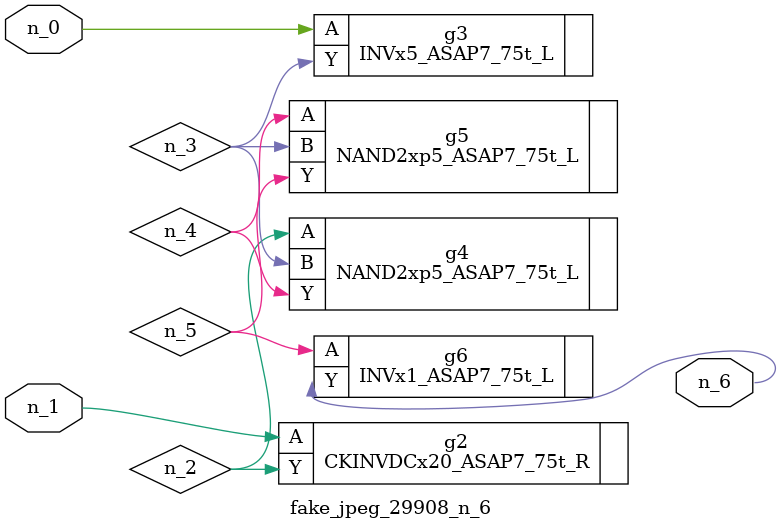
<source format=v>
module fake_jpeg_29908_n_6 (n_0, n_1, n_6);

input n_0;
input n_1;

output n_6;

wire n_3;
wire n_2;
wire n_4;
wire n_5;

CKINVDCx20_ASAP7_75t_R g2 ( 
.A(n_1),
.Y(n_2)
);

INVx5_ASAP7_75t_L g3 ( 
.A(n_0),
.Y(n_3)
);

NAND2xp5_ASAP7_75t_L g4 ( 
.A(n_2),
.B(n_3),
.Y(n_4)
);

NAND2xp5_ASAP7_75t_L g5 ( 
.A(n_4),
.B(n_3),
.Y(n_5)
);

INVx1_ASAP7_75t_L g6 ( 
.A(n_5),
.Y(n_6)
);


endmodule
</source>
